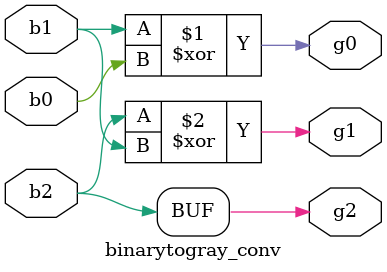
<source format=v>
module binarytogray_conv(input b2,b1,b0, output g2,g1,g0);
                    assign g0=b1^b0;
                    assign g1=b2^b1;
                    assign g2=b2;
                    endmodule

</source>
